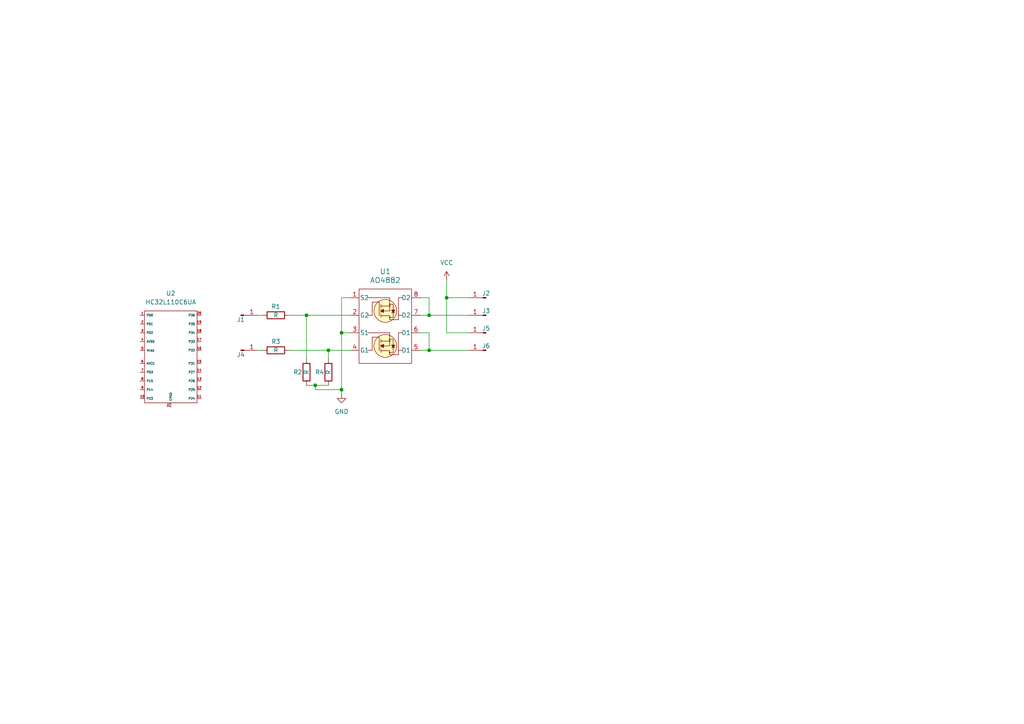
<source format=kicad_sch>
(kicad_sch (version 20230121) (generator eeschema)
  (paper "A4")
  (lib_symbols
    (symbol "00_custom:AO4882" (pin_names (offset 0.254))
      (property "Reference" "U" (at 3.81 3.81 0))
      (property "Value" "AO4882" (at 6.35 -20.32 0))
      (symbol "AO4882_0_1"
        (polyline (pts (xy 11.43 -16.51) (xy 13.97 -16.51)))
        (polyline (pts (xy 11.43 -12.573) (xy 8.89 -12.573)))
        (polyline (pts (xy 11.43 -10.16) (xy 5.08 -10.16)))
        (polyline (pts (xy 11.43 -6.35) (xy 13.97 -6.35)))
        (polyline (pts (xy 11.43 -2.413) (xy 8.89 -2.413)))
        (polyline (pts (xy 11.43 0) (xy 5.08 0)))
        (polyline (pts (xy 15.24 -15.24) (xy 13.97 -15.24)))
        (polyline (pts (xy 15.24 -5.08) (xy 13.97 -5.08)))
        (polyline (pts (xy 6.35 -11.43) (xy 6.35 -15.24) (xy 5.08 -15.24)))
        (polyline (pts (xy 6.35 -11.43) (xy 8.382 -11.43) (xy 8.382 -15.367)))
        (polyline (pts (xy 6.35 -1.27) (xy 6.35 -5.08) (xy 5.08 -5.08)))
        (polyline (pts (xy 6.35 -1.27) (xy 8.382 -1.27) (xy 8.382 -5.207)))
        (polyline (pts (xy 11.43 -16.51) (xy 11.43 -15.367) (xy 8.89 -15.367)))
        (polyline (pts (xy 11.43 -10.16) (xy 11.43 -13.97) (xy 8.89 -13.97)))
        (polyline (pts (xy 11.43 -6.35) (xy 11.43 -5.207) (xy 8.89 -5.207)))
        (polyline (pts (xy 11.43 0) (xy 11.43 -3.81) (xy 8.89 -3.81)))
        (polyline (pts (xy 13.97 -16.51) (xy 13.97 -10.16) (xy 15.24 -10.16)))
        (polyline (pts (xy 13.97 -6.35) (xy 13.97 0) (xy 15.24 0)))
        (polyline (pts (xy 11.303 -12.065) (xy 12.446 -12.065) (xy 12.446 -15.367) (xy 12.446 -15.875) (xy 11.303 -15.875)))
        (polyline (pts (xy 11.303 -1.905) (xy 12.446 -1.905) (xy 12.446 -5.207) (xy 12.446 -5.715) (xy 11.303 -5.715)))
        (circle (center 10.16 -13.97) (radius 3.302) (fill (type background)))
        (circle (center 10.16 -3.81) (radius 3.302) (fill (type background)))
        (circle (center 11.43 -15.875) (radius 0.127))
        (circle (center 11.43 -12.573) (radius 0.127))
        (circle (center 11.43 -12.065) (radius 0.127))
        (circle (center 11.43 -5.715) (radius 0.127))
        (circle (center 11.43 -2.413) (radius 0.127))
        (circle (center 11.43 -1.905) (radius 0.127))
        (pin bidirectional line (at 0 -5.08 0) (length 2.54) (name "G2") (number "2"))
        (pin bidirectional line (at 0 -10.16 0) (length 2.54) (name "S1") (number "3"))
        (pin bidirectional line (at 0 -15.24 0) (length 2.54) (name "G1") (number "4"))
        (pin bidirectional line (at 20.32 -15.24 180) (length 2.54) (name "D1") (number "5"))
        (pin bidirectional line (at 20.32 -10.16 180) (length 2.54) (name "D1") (number "6"))
        (pin bidirectional line (at 20.32 -5.08 180) (length 2.54) (name "D2") (number "7"))
        (pin bidirectional line (at 20.32 0 180) (length 2.54) (name "D2") (number "8"))
      )
      (symbol "AO4882_1_1"
        (polyline (pts (xy 8.89 -15.875) (xy 8.89 -14.859)))
        (polyline (pts (xy 8.89 -13.97) (xy 8.89 -14.478)))
        (polyline (pts (xy 8.89 -13.97) (xy 8.89 -13.462)))
        (polyline (pts (xy 8.89 -12.573) (xy 8.89 -13.081)))
        (polyline (pts (xy 8.89 -12.573) (xy 8.89 -12.065)))
        (polyline (pts (xy 8.89 -5.715) (xy 8.89 -4.699)))
        (polyline (pts (xy 8.89 -3.81) (xy 8.89 -4.318)))
        (polyline (pts (xy 8.89 -3.81) (xy 8.89 -3.302)))
        (polyline (pts (xy 8.89 -2.413) (xy 8.89 -2.921)))
        (polyline (pts (xy 8.89 -2.413) (xy 8.89 -1.905)))
        (polyline (pts (xy 12.954 -14.478) (xy 11.938 -14.478)))
        (polyline (pts (xy 12.954 -4.318) (xy 11.938 -4.318)))
        (polyline (pts (xy 8.89 -13.97) (xy 9.652 -14.478) (xy 9.652 -13.462) (xy 8.89 -13.97)) (fill (type outline)))
        (polyline (pts (xy 8.89 -3.81) (xy 9.652 -4.318) (xy 9.652 -3.302) (xy 8.89 -3.81)) (fill (type outline)))
        (polyline (pts (xy 12.446 -14.478) (xy 11.938 -13.716) (xy 12.954 -13.716) (xy 12.446 -14.478)) (fill (type outline)))
        (polyline (pts (xy 12.446 -4.318) (xy 11.938 -3.556) (xy 12.954 -3.556) (xy 12.446 -4.318)) (fill (type outline)))
        (rectangle (start 2.54 2.54) (end 17.78 -19.05))
        (pin bidirectional line (at 0 0 0) (length 2.54) (name "S2") (number "1"))
      )
    )
    (symbol "00_custom:HC32L110C6UA"
      (property "Reference" "U1" (at 7.62 5.08 0))
      (property "Value" "HC32L110C6UA" (at 7.62 2.54 0))
      (symbol "HC32L110C6UA_0_1"
        (rectangle (start 0 0) (end 15.24 -26.67))
      )
      (symbol "HC32L110C6UA_1_1"
        (pin input line (at -1.27 -1.27 0) (length 1.27) (name "P00") (number "1"))
        (pin input line (at -1.27 -25.4 0) (length 1.27) (name "P23") (number "10"))
        (pin input line (at 16.51 -25.4 180) (length 1.27) (name "P24") (number "11"))
        (pin input line (at 16.51 -22.86 180) (length 1.27) (name "P25") (number "12"))
        (pin input line (at 16.51 -20.32 180) (length 1.27) (name "P26") (number "13"))
        (pin input line (at 16.51 -17.78 180) (length 1.27) (name "P27") (number "14"))
        (pin input line (at 16.51 -15.24 180) (length 1.27) (name "P31") (number "15"))
        (pin input line (at 16.51 -11.43 180) (length 1.27) (name "P32") (number "16"))
        (pin input line (at 16.51 -8.89 180) (length 1.27) (name "P33") (number "17"))
        (pin input line (at 16.51 -6.35 180) (length 1.27) (name "P34") (number "18"))
        (pin input line (at 16.51 -3.81 180) (length 1.27) (name "P35") (number "19"))
        (pin input line (at -1.27 -3.81 0) (length 1.27) (name "P01") (number "2"))
        (pin input line (at 16.51 -1.27 180) (length 1.27) (name "P36") (number "20"))
        (pin input line (at 7.62 -27.94 90) (length 1.27) (name "EPAD") (number "21"))
        (pin input line (at -1.27 -6.35 0) (length 1.27) (name "P02") (number "3"))
        (pin power_in line (at -1.27 -8.89 0) (length 1.27) (name "AVSS") (number "4"))
        (pin input line (at -1.27 -11.43 0) (length 1.27) (name "Vcap") (number "5"))
        (pin power_in line (at -1.27 -15.24 0) (length 1.27) (name "AVCC") (number "6"))
        (pin input line (at -1.27 -17.78 0) (length 1.27) (name "P03") (number "7"))
        (pin input line (at -1.27 -20.32 0) (length 1.27) (name "P15") (number "8"))
        (pin input line (at -1.27 -22.86 0) (length 1.27) (name "P14") (number "9"))
      )
    )
    (symbol "Connector:Conn_01x01_Pin" (pin_names (offset 1.016) hide)
      (property "Reference" "J" (at 0 2.54 0))
      (property "Value" "Conn_01x01_Pin" (at 0 -2.54 0))
      (symbol "Conn_01x01_Pin_1_1"
        (polyline (pts (xy 1.27 0) (xy 0.8636 0)) (stroke (width 0.1524)))
        (rectangle (start 0.8636 0.127) (end 0 -0.127) (stroke (width 0.1524)) (fill (type outline)))
        (pin passive line (at 5.08 0 180) (length 3.81) (name "Pin_1") (number "1"))
      )
    )
    (symbol "Device:R" (pin_numbers hide) (pin_names (offset 0))
      (property "Reference" "R" (at 2.032 0 90))
      (property "Value" "R" (at 0 0 90))
      (symbol "R_0_1"
        (rectangle (start -1.016 -2.54) (end 1.016 2.54) (stroke (width 0.254)))
      )
      (symbol "R_1_1"
        (pin passive line (at 0 3.81 270) (length 1.27) (name "~") (number "1"))
        (pin passive line (at 0 -3.81 90) (length 1.27) (name "~") (number "2"))
      )
    )
    (symbol "power:GND" (power) (pin_names (offset 0))
      (property "Value" "GND" (at 0 -3.81 0))
      (symbol "GND_0_1"
        (polyline (pts (xy 0 0) (xy 0 -1.27) (xy 1.27 -1.27) (xy 0 -2.54) (xy -1.27 -1.27) (xy 0 -1.27)))
      )
      (symbol "GND_1_1"
        (pin power_in line (at 0 0 270) (length 0) hide (name "GND") (number "1"))
      )
    )
    (symbol "power:VCC" (power) (pin_names (offset 0))
      (property "Value" "VCC" (at 0 3.81 0))
      (symbol "VCC_0_1"
        (polyline (pts (xy -0.762 1.27) (xy 0 2.54)))
        (polyline (pts (xy 0 0) (xy 0 2.54)))
        (polyline (pts (xy 0 2.54) (xy 0.762 1.27)))
      )
      (symbol "VCC_1_1"
        (pin power_in line (at 0 0 90) (length 0) hide (name "VCC") (number "1"))
      )
    )
  )
  (junction (at 99.06 96.52))
  (junction (at 99.06 113.03))
  (junction (at 129.54 86.36))
  (junction (at 88.9 91.44))
  (junction (at 124.46 101.6))
  (junction (at 91.44 111.76))
  (junction (at 95.25 101.6))
  (junction (at 124.46 91.44))
  (wire (pts (xy 101.6 86.36) (xy 99.06 86.36)))
  (wire (pts (xy 124.46 101.6) (xy 135.89 101.6)))
  (wire (pts (xy 135.89 86.36) (xy 129.54 86.36)))
  (wire (pts (xy 88.9 111.76) (xy 91.44 111.76)))
  (wire (pts (xy 88.9 91.44) (xy 88.9 104.14)))
  (wire (pts (xy 101.6 101.6) (xy 95.25 101.6)))
  (wire (pts (xy 124.46 91.44) (xy 124.46 86.36)))
  (wire (pts (xy 91.44 111.76) (xy 91.44 113.03)))
  (wire (pts (xy 135.89 96.52) (xy 129.54 96.52)))
  (wire (pts (xy 74.93 91.44) (xy 76.2 91.44)))
  (wire (pts (xy 83.82 101.6) (xy 95.25 101.6)))
  (wire (pts (xy 95.25 101.6) (xy 95.25 104.14)))
  (wire (pts (xy 124.46 96.52) (xy 124.46 101.6)))
  (wire (pts (xy 124.46 101.6) (xy 121.92 101.6)))
  (wire (pts (xy 99.06 96.52) (xy 101.6 96.52)))
  (wire (pts (xy 99.06 96.52) (xy 99.06 113.03)))
  (wire (pts (xy 74.93 101.6) (xy 76.2 101.6)))
  (wire (pts (xy 99.06 113.03) (xy 99.06 114.3)))
  (wire (pts (xy 129.54 96.52) (xy 129.54 86.36)))
  (wire (pts (xy 124.46 91.44) (xy 135.89 91.44)))
  (wire (pts (xy 88.9 91.44) (xy 101.6 91.44)))
  (wire (pts (xy 121.92 91.44) (xy 124.46 91.44)))
  (wire (pts (xy 91.44 113.03) (xy 99.06 113.03)))
  (wire (pts (xy 121.92 96.52) (xy 124.46 96.52)))
  (wire (pts (xy 83.82 91.44) (xy 88.9 91.44)))
  (wire (pts (xy 99.06 86.36) (xy 99.06 96.52)))
  (wire (pts (xy 121.92 86.36) (xy 124.46 86.36)))
  (wire (pts (xy 129.54 86.36) (xy 129.54 81.28)))
  (wire (pts (xy 95.25 111.76) (xy 91.44 111.76)))
  (symbol (lib_id "power:VCC") (at 129.54 81.28 0) (unit 1)
    (property "Reference" "#PWR02" (effects hide))
    (property "Value" "VCC" (at 129.54 76.2 0))
  )
  (symbol (lib_id "Connector:Conn_01x01_Pin") (at 69.85 101.6 0) (unit 1)
    (property "Reference" "J4" (at 69.85 102.87 0))
    (property "Value" "Conn_01x01_Pin" (effects hide))
  )
  (symbol (lib_id "Connector:Conn_01x01_Pin") (at 69.85 91.44 0) (unit 1)
    (property "Reference" "J1" (at 69.85 92.71 0))
    (property "Value" "Conn_01x01_Pin" (effects hide))
  )
  (symbol (lib_id "Connector:Conn_01x01_Pin") (at 140.97 86.36 180) (unit 1)
    (property "Reference" "J2" (at 140.97 85.09 0))
    (property "Value" "Conn_01x01_Pin" (effects hide))
  )
  (symbol (lib_id "Connector:Conn_01x01_Pin") (at 140.97 96.52 180) (unit 1)
    (property "Reference" "J5" (at 140.97 95.25 0))
    (property "Value" "Conn_01x01_Pin" (effects hide))
  )
  (symbol (lib_id "Device:R") (at 80.01 101.6 90) (unit 1)
    (property "Reference" "R3" (at 80.01 99.06 90))
    (property "Value" "R" (at 80.01 101.6 90))
  )
  (symbol (lib_id "Connector:Conn_01x01_Pin") (at 140.97 91.44 180) (unit 1)
    (property "Reference" "J3" (at 140.97 90.17 0))
    (property "Value" "Conn_01x01_Pin" (effects hide))
  )
  (symbol (lib_id "Device:R") (at 95.25 107.95 180) (unit 1)
    (property "Reference" "R4" (at 92.71 107.95 0))
    (property "Value" "R" (at 95.25 107.95 90))
  )
  (symbol (lib_id "Device:R") (at 80.01 91.44 90) (unit 1)
    (property "Reference" "R1" (at 80.01 88.9 90))
    (property "Value" "R" (at 80.01 91.44 90))
  )
  (symbol (lib_id "Connector:Conn_01x01_Pin") (at 140.97 101.6 180) (unit 1)
    (property "Reference" "J6" (at 140.97 100.33 0))
    (property "Value" "Conn_01x01_Pin" (effects hide))
  )
  (symbol (lib_id "00_custom:AO4882") (at 101.6 86.36 0) (unit 1)
    (property "Reference" "U1" (at 111.76 78.74 0) (effects (font (size 1.524 1.524))))
    (property "Value" "AO4882" (at 111.76 81.28 0) (effects (font (size 1.524 1.524))))
    (property "Footprint" "00_Custom:SO-8_AOS" (effects hide))
    (property "Datasheet" "AO4882" (effects hide))
  )
  (symbol (lib_id "Device:R") (at 88.9 107.95 180) (unit 1)
    (property "Reference" "R2" (at 86.36 107.95 0))
    (property "Value" "R" (at 88.9 107.95 90))
  )
  (symbol (lib_id "00_custom:HC32L110C6UA") (at 41.91 90.17 0) (unit 1)
    (property "Reference" "U2" (at 49.53 85.09 0))
    (property "Value" "HC32L110C6UA" (at 49.53 87.63 0))
    (property "Footprint" "00_Custom:QFN-20-1EP_3x3mm_P0.4mm_EP1.4x1.4mm" (effects hide))
    (property "Datasheet" "https://datasheet.lcsc.com/lcsc/2206131716_XHSC-HC32L110B6YA-CSP16TR_C840729.pdf" (effects hide))
  )
  (symbol (lib_id "power:GND") (at 99.06 114.3 0) (unit 1)
    (property "Reference" "#PWR01" (effects hide))
    (property "Value" "GND" (at 99.06 119.38 0))
  )
)
</source>
